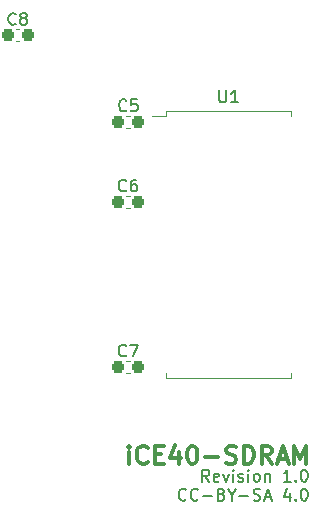
<source format=gto>
G04 #@! TF.GenerationSoftware,KiCad,Pcbnew,6.0.1*
G04 #@! TF.CreationDate,2022-02-15T02:13:11-08:00*
G04 #@! TF.ProjectId,iCE40-SDRAM,69434534-302d-4534-9452-414d2e6b6963,rev?*
G04 #@! TF.SameCoordinates,Original*
G04 #@! TF.FileFunction,Legend,Top*
G04 #@! TF.FilePolarity,Positive*
%FSLAX46Y46*%
G04 Gerber Fmt 4.6, Leading zero omitted, Abs format (unit mm)*
G04 Created by KiCad (PCBNEW 6.0.1) date 2022-02-15 02:13:11*
%MOMM*%
%LPD*%
G01*
G04 APERTURE LIST*
G04 Aperture macros list*
%AMRoundRect*
0 Rectangle with rounded corners*
0 $1 Rounding radius*
0 $2 $3 $4 $5 $6 $7 $8 $9 X,Y pos of 4 corners*
0 Add a 4 corners polygon primitive as box body*
4,1,4,$2,$3,$4,$5,$6,$7,$8,$9,$2,$3,0*
0 Add four circle primitives for the rounded corners*
1,1,$1+$1,$2,$3*
1,1,$1+$1,$4,$5*
1,1,$1+$1,$6,$7*
1,1,$1+$1,$8,$9*
0 Add four rect primitives between the rounded corners*
20,1,$1+$1,$2,$3,$4,$5,0*
20,1,$1+$1,$4,$5,$6,$7,0*
20,1,$1+$1,$6,$7,$8,$9,0*
20,1,$1+$1,$8,$9,$2,$3,0*%
G04 Aperture macros list end*
%ADD10C,0.200000*%
%ADD11C,0.300000*%
%ADD12C,0.150000*%
%ADD13C,0.120000*%
%ADD14RoundRect,0.237500X-0.300000X-0.237500X0.300000X-0.237500X0.300000X0.237500X-0.300000X0.237500X0*%
%ADD15RoundRect,0.237500X0.300000X0.237500X-0.300000X0.237500X-0.300000X-0.237500X0.300000X-0.237500X0*%
%ADD16R,1.510000X0.458000*%
%ADD17O,1.700000X1.700000*%
%ADD18R,1.700000X1.700000*%
G04 APERTURE END LIST*
D10*
X144256190Y-94907380D02*
X143922857Y-94431190D01*
X143684761Y-94907380D02*
X143684761Y-93907380D01*
X144065714Y-93907380D01*
X144160952Y-93955000D01*
X144208571Y-94002619D01*
X144256190Y-94097857D01*
X144256190Y-94240714D01*
X144208571Y-94335952D01*
X144160952Y-94383571D01*
X144065714Y-94431190D01*
X143684761Y-94431190D01*
X145065714Y-94859761D02*
X144970476Y-94907380D01*
X144780000Y-94907380D01*
X144684761Y-94859761D01*
X144637142Y-94764523D01*
X144637142Y-94383571D01*
X144684761Y-94288333D01*
X144780000Y-94240714D01*
X144970476Y-94240714D01*
X145065714Y-94288333D01*
X145113333Y-94383571D01*
X145113333Y-94478809D01*
X144637142Y-94574047D01*
X145446666Y-94240714D02*
X145684761Y-94907380D01*
X145922857Y-94240714D01*
X146303809Y-94907380D02*
X146303809Y-94240714D01*
X146303809Y-93907380D02*
X146256190Y-93955000D01*
X146303809Y-94002619D01*
X146351428Y-93955000D01*
X146303809Y-93907380D01*
X146303809Y-94002619D01*
X146732380Y-94859761D02*
X146827619Y-94907380D01*
X147018095Y-94907380D01*
X147113333Y-94859761D01*
X147160952Y-94764523D01*
X147160952Y-94716904D01*
X147113333Y-94621666D01*
X147018095Y-94574047D01*
X146875238Y-94574047D01*
X146780000Y-94526428D01*
X146732380Y-94431190D01*
X146732380Y-94383571D01*
X146780000Y-94288333D01*
X146875238Y-94240714D01*
X147018095Y-94240714D01*
X147113333Y-94288333D01*
X147589523Y-94907380D02*
X147589523Y-94240714D01*
X147589523Y-93907380D02*
X147541904Y-93955000D01*
X147589523Y-94002619D01*
X147637142Y-93955000D01*
X147589523Y-93907380D01*
X147589523Y-94002619D01*
X148208571Y-94907380D02*
X148113333Y-94859761D01*
X148065714Y-94812142D01*
X148018095Y-94716904D01*
X148018095Y-94431190D01*
X148065714Y-94335952D01*
X148113333Y-94288333D01*
X148208571Y-94240714D01*
X148351428Y-94240714D01*
X148446666Y-94288333D01*
X148494285Y-94335952D01*
X148541904Y-94431190D01*
X148541904Y-94716904D01*
X148494285Y-94812142D01*
X148446666Y-94859761D01*
X148351428Y-94907380D01*
X148208571Y-94907380D01*
X148970476Y-94240714D02*
X148970476Y-94907380D01*
X148970476Y-94335952D02*
X149018095Y-94288333D01*
X149113333Y-94240714D01*
X149256190Y-94240714D01*
X149351428Y-94288333D01*
X149399047Y-94383571D01*
X149399047Y-94907380D01*
X151160952Y-94907380D02*
X150589523Y-94907380D01*
X150875238Y-94907380D02*
X150875238Y-93907380D01*
X150780000Y-94050238D01*
X150684761Y-94145476D01*
X150589523Y-94193095D01*
X151589523Y-94812142D02*
X151637142Y-94859761D01*
X151589523Y-94907380D01*
X151541904Y-94859761D01*
X151589523Y-94812142D01*
X151589523Y-94907380D01*
X152256190Y-93907380D02*
X152351428Y-93907380D01*
X152446666Y-93955000D01*
X152494285Y-94002619D01*
X152541904Y-94097857D01*
X152589523Y-94288333D01*
X152589523Y-94526428D01*
X152541904Y-94716904D01*
X152494285Y-94812142D01*
X152446666Y-94859761D01*
X152351428Y-94907380D01*
X152256190Y-94907380D01*
X152160952Y-94859761D01*
X152113333Y-94812142D01*
X152065714Y-94716904D01*
X152018095Y-94526428D01*
X152018095Y-94288333D01*
X152065714Y-94097857D01*
X152113333Y-94002619D01*
X152160952Y-93955000D01*
X152256190Y-93907380D01*
X142303809Y-96422142D02*
X142256190Y-96469761D01*
X142113333Y-96517380D01*
X142018095Y-96517380D01*
X141875238Y-96469761D01*
X141780000Y-96374523D01*
X141732380Y-96279285D01*
X141684761Y-96088809D01*
X141684761Y-95945952D01*
X141732380Y-95755476D01*
X141780000Y-95660238D01*
X141875238Y-95565000D01*
X142018095Y-95517380D01*
X142113333Y-95517380D01*
X142256190Y-95565000D01*
X142303809Y-95612619D01*
X143303809Y-96422142D02*
X143256190Y-96469761D01*
X143113333Y-96517380D01*
X143018095Y-96517380D01*
X142875238Y-96469761D01*
X142780000Y-96374523D01*
X142732380Y-96279285D01*
X142684761Y-96088809D01*
X142684761Y-95945952D01*
X142732380Y-95755476D01*
X142780000Y-95660238D01*
X142875238Y-95565000D01*
X143018095Y-95517380D01*
X143113333Y-95517380D01*
X143256190Y-95565000D01*
X143303809Y-95612619D01*
X143732380Y-96136428D02*
X144494285Y-96136428D01*
X145303809Y-95993571D02*
X145446666Y-96041190D01*
X145494285Y-96088809D01*
X145541904Y-96184047D01*
X145541904Y-96326904D01*
X145494285Y-96422142D01*
X145446666Y-96469761D01*
X145351428Y-96517380D01*
X144970476Y-96517380D01*
X144970476Y-95517380D01*
X145303809Y-95517380D01*
X145399047Y-95565000D01*
X145446666Y-95612619D01*
X145494285Y-95707857D01*
X145494285Y-95803095D01*
X145446666Y-95898333D01*
X145399047Y-95945952D01*
X145303809Y-95993571D01*
X144970476Y-95993571D01*
X146160952Y-96041190D02*
X146160952Y-96517380D01*
X145827619Y-95517380D02*
X146160952Y-96041190D01*
X146494285Y-95517380D01*
X146827619Y-96136428D02*
X147589523Y-96136428D01*
X148018095Y-96469761D02*
X148160952Y-96517380D01*
X148399047Y-96517380D01*
X148494285Y-96469761D01*
X148541904Y-96422142D01*
X148589523Y-96326904D01*
X148589523Y-96231666D01*
X148541904Y-96136428D01*
X148494285Y-96088809D01*
X148399047Y-96041190D01*
X148208571Y-95993571D01*
X148113333Y-95945952D01*
X148065714Y-95898333D01*
X148018095Y-95803095D01*
X148018095Y-95707857D01*
X148065714Y-95612619D01*
X148113333Y-95565000D01*
X148208571Y-95517380D01*
X148446666Y-95517380D01*
X148589523Y-95565000D01*
X148970476Y-96231666D02*
X149446666Y-96231666D01*
X148875238Y-96517380D02*
X149208571Y-95517380D01*
X149541904Y-96517380D01*
X151065714Y-95850714D02*
X151065714Y-96517380D01*
X150827619Y-95469761D02*
X150589523Y-96184047D01*
X151208571Y-96184047D01*
X151589523Y-96422142D02*
X151637142Y-96469761D01*
X151589523Y-96517380D01*
X151541904Y-96469761D01*
X151589523Y-96422142D01*
X151589523Y-96517380D01*
X152256190Y-95517380D02*
X152351428Y-95517380D01*
X152446666Y-95565000D01*
X152494285Y-95612619D01*
X152541904Y-95707857D01*
X152589523Y-95898333D01*
X152589523Y-96136428D01*
X152541904Y-96326904D01*
X152494285Y-96422142D01*
X152446666Y-96469761D01*
X152351428Y-96517380D01*
X152256190Y-96517380D01*
X152160952Y-96469761D01*
X152113333Y-96422142D01*
X152065714Y-96326904D01*
X152018095Y-96136428D01*
X152018095Y-95898333D01*
X152065714Y-95707857D01*
X152113333Y-95612619D01*
X152160952Y-95565000D01*
X152256190Y-95517380D01*
D11*
X137477857Y-93388571D02*
X137477857Y-92388571D01*
X137477857Y-91888571D02*
X137406428Y-91960000D01*
X137477857Y-92031428D01*
X137549285Y-91960000D01*
X137477857Y-91888571D01*
X137477857Y-92031428D01*
X139049285Y-93245714D02*
X138977857Y-93317142D01*
X138763571Y-93388571D01*
X138620714Y-93388571D01*
X138406428Y-93317142D01*
X138263571Y-93174285D01*
X138192142Y-93031428D01*
X138120714Y-92745714D01*
X138120714Y-92531428D01*
X138192142Y-92245714D01*
X138263571Y-92102857D01*
X138406428Y-91960000D01*
X138620714Y-91888571D01*
X138763571Y-91888571D01*
X138977857Y-91960000D01*
X139049285Y-92031428D01*
X139692142Y-92602857D02*
X140192142Y-92602857D01*
X140406428Y-93388571D02*
X139692142Y-93388571D01*
X139692142Y-91888571D01*
X140406428Y-91888571D01*
X141692142Y-92388571D02*
X141692142Y-93388571D01*
X141335000Y-91817142D02*
X140977857Y-92888571D01*
X141906428Y-92888571D01*
X142763571Y-91888571D02*
X142906428Y-91888571D01*
X143049285Y-91960000D01*
X143120714Y-92031428D01*
X143192142Y-92174285D01*
X143263571Y-92460000D01*
X143263571Y-92817142D01*
X143192142Y-93102857D01*
X143120714Y-93245714D01*
X143049285Y-93317142D01*
X142906428Y-93388571D01*
X142763571Y-93388571D01*
X142620714Y-93317142D01*
X142549285Y-93245714D01*
X142477857Y-93102857D01*
X142406428Y-92817142D01*
X142406428Y-92460000D01*
X142477857Y-92174285D01*
X142549285Y-92031428D01*
X142620714Y-91960000D01*
X142763571Y-91888571D01*
X143906428Y-92817142D02*
X145049285Y-92817142D01*
X145692142Y-93317142D02*
X145906428Y-93388571D01*
X146263571Y-93388571D01*
X146406428Y-93317142D01*
X146477857Y-93245714D01*
X146549285Y-93102857D01*
X146549285Y-92960000D01*
X146477857Y-92817142D01*
X146406428Y-92745714D01*
X146263571Y-92674285D01*
X145977857Y-92602857D01*
X145835000Y-92531428D01*
X145763571Y-92460000D01*
X145692142Y-92317142D01*
X145692142Y-92174285D01*
X145763571Y-92031428D01*
X145835000Y-91960000D01*
X145977857Y-91888571D01*
X146335000Y-91888571D01*
X146549285Y-91960000D01*
X147192142Y-93388571D02*
X147192142Y-91888571D01*
X147549285Y-91888571D01*
X147763571Y-91960000D01*
X147906428Y-92102857D01*
X147977857Y-92245714D01*
X148049285Y-92531428D01*
X148049285Y-92745714D01*
X147977857Y-93031428D01*
X147906428Y-93174285D01*
X147763571Y-93317142D01*
X147549285Y-93388571D01*
X147192142Y-93388571D01*
X149549285Y-93388571D02*
X149049285Y-92674285D01*
X148692142Y-93388571D02*
X148692142Y-91888571D01*
X149263571Y-91888571D01*
X149406428Y-91960000D01*
X149477857Y-92031428D01*
X149549285Y-92174285D01*
X149549285Y-92388571D01*
X149477857Y-92531428D01*
X149406428Y-92602857D01*
X149263571Y-92674285D01*
X148692142Y-92674285D01*
X150120714Y-92960000D02*
X150835000Y-92960000D01*
X149977857Y-93388571D02*
X150477857Y-91888571D01*
X150977857Y-93388571D01*
X151477857Y-93388571D02*
X151477857Y-91888571D01*
X151977857Y-92960000D01*
X152477857Y-91888571D01*
X152477857Y-93388571D01*
D12*
X127883333Y-56137142D02*
X127835714Y-56184761D01*
X127692857Y-56232380D01*
X127597619Y-56232380D01*
X127454761Y-56184761D01*
X127359523Y-56089523D01*
X127311904Y-55994285D01*
X127264285Y-55803809D01*
X127264285Y-55660952D01*
X127311904Y-55470476D01*
X127359523Y-55375238D01*
X127454761Y-55280000D01*
X127597619Y-55232380D01*
X127692857Y-55232380D01*
X127835714Y-55280000D01*
X127883333Y-55327619D01*
X128454761Y-55660952D02*
X128359523Y-55613333D01*
X128311904Y-55565714D01*
X128264285Y-55470476D01*
X128264285Y-55422857D01*
X128311904Y-55327619D01*
X128359523Y-55280000D01*
X128454761Y-55232380D01*
X128645238Y-55232380D01*
X128740476Y-55280000D01*
X128788095Y-55327619D01*
X128835714Y-55422857D01*
X128835714Y-55470476D01*
X128788095Y-55565714D01*
X128740476Y-55613333D01*
X128645238Y-55660952D01*
X128454761Y-55660952D01*
X128359523Y-55708571D01*
X128311904Y-55756190D01*
X128264285Y-55851428D01*
X128264285Y-56041904D01*
X128311904Y-56137142D01*
X128359523Y-56184761D01*
X128454761Y-56232380D01*
X128645238Y-56232380D01*
X128740476Y-56184761D01*
X128788095Y-56137142D01*
X128835714Y-56041904D01*
X128835714Y-55851428D01*
X128788095Y-55756190D01*
X128740476Y-55708571D01*
X128645238Y-55660952D01*
X137235833Y-84217142D02*
X137188214Y-84264761D01*
X137045357Y-84312380D01*
X136950119Y-84312380D01*
X136807261Y-84264761D01*
X136712023Y-84169523D01*
X136664404Y-84074285D01*
X136616785Y-83883809D01*
X136616785Y-83740952D01*
X136664404Y-83550476D01*
X136712023Y-83455238D01*
X136807261Y-83360000D01*
X136950119Y-83312380D01*
X137045357Y-83312380D01*
X137188214Y-83360000D01*
X137235833Y-83407619D01*
X137569166Y-83312380D02*
X138235833Y-83312380D01*
X137807261Y-84312380D01*
X137238333Y-70247142D02*
X137190714Y-70294761D01*
X137047857Y-70342380D01*
X136952619Y-70342380D01*
X136809761Y-70294761D01*
X136714523Y-70199523D01*
X136666904Y-70104285D01*
X136619285Y-69913809D01*
X136619285Y-69770952D01*
X136666904Y-69580476D01*
X136714523Y-69485238D01*
X136809761Y-69390000D01*
X136952619Y-69342380D01*
X137047857Y-69342380D01*
X137190714Y-69390000D01*
X137238333Y-69437619D01*
X138095476Y-69342380D02*
X137905000Y-69342380D01*
X137809761Y-69390000D01*
X137762142Y-69437619D01*
X137666904Y-69580476D01*
X137619285Y-69770952D01*
X137619285Y-70151904D01*
X137666904Y-70247142D01*
X137714523Y-70294761D01*
X137809761Y-70342380D01*
X138000238Y-70342380D01*
X138095476Y-70294761D01*
X138143095Y-70247142D01*
X138190714Y-70151904D01*
X138190714Y-69913809D01*
X138143095Y-69818571D01*
X138095476Y-69770952D01*
X138000238Y-69723333D01*
X137809761Y-69723333D01*
X137714523Y-69770952D01*
X137666904Y-69818571D01*
X137619285Y-69913809D01*
X137240833Y-63457142D02*
X137193214Y-63504761D01*
X137050357Y-63552380D01*
X136955119Y-63552380D01*
X136812261Y-63504761D01*
X136717023Y-63409523D01*
X136669404Y-63314285D01*
X136621785Y-63123809D01*
X136621785Y-62980952D01*
X136669404Y-62790476D01*
X136717023Y-62695238D01*
X136812261Y-62600000D01*
X136955119Y-62552380D01*
X137050357Y-62552380D01*
X137193214Y-62600000D01*
X137240833Y-62647619D01*
X138145595Y-62552380D02*
X137669404Y-62552380D01*
X137621785Y-63028571D01*
X137669404Y-62980952D01*
X137764642Y-62933333D01*
X138002738Y-62933333D01*
X138097976Y-62980952D01*
X138145595Y-63028571D01*
X138193214Y-63123809D01*
X138193214Y-63361904D01*
X138145595Y-63457142D01*
X138097976Y-63504761D01*
X138002738Y-63552380D01*
X137764642Y-63552380D01*
X137669404Y-63504761D01*
X137621785Y-63457142D01*
X145123095Y-61792380D02*
X145123095Y-62601904D01*
X145170714Y-62697142D01*
X145218333Y-62744761D01*
X145313571Y-62792380D01*
X145504047Y-62792380D01*
X145599285Y-62744761D01*
X145646904Y-62697142D01*
X145694523Y-62601904D01*
X145694523Y-61792380D01*
X146694523Y-62792380D02*
X146123095Y-62792380D01*
X146408809Y-62792380D02*
X146408809Y-61792380D01*
X146313571Y-61935238D01*
X146218333Y-62030476D01*
X146123095Y-62078095D01*
D13*
X127903733Y-57600000D02*
X128196267Y-57600000D01*
X127903733Y-56580000D02*
X128196267Y-56580000D01*
X137548767Y-85750000D02*
X137256233Y-85750000D01*
X137548767Y-84730000D02*
X137256233Y-84730000D01*
X137553767Y-70720000D02*
X137261233Y-70720000D01*
X137553767Y-71740000D02*
X137261233Y-71740000D01*
X137553767Y-64950000D02*
X137261233Y-64950000D01*
X137553767Y-63930000D02*
X137261233Y-63930000D01*
X151185000Y-85740000D02*
X151185000Y-86140000D01*
X140585000Y-63540000D02*
X151185000Y-63540000D01*
X140585000Y-63940000D02*
X140585000Y-63540000D01*
X140585000Y-86140000D02*
X151185000Y-86140000D01*
X140585000Y-85740000D02*
X140585000Y-86140000D01*
X151185000Y-63540000D02*
X151185000Y-63940000D01*
X139385000Y-63940000D02*
X140585000Y-63940000D01*
%LPC*%
D14*
X128912500Y-57090000D03*
X127187500Y-57090000D03*
D15*
X138265000Y-85240000D03*
X136540000Y-85240000D03*
X136545000Y-71230000D03*
X138270000Y-71230000D03*
X138270000Y-64440000D03*
X136545000Y-64440000D03*
D16*
X140135000Y-64440000D03*
X140135000Y-65240000D03*
X140135000Y-66040000D03*
X140135000Y-66840000D03*
X140135000Y-67640000D03*
X140135000Y-68440000D03*
X140135000Y-69240000D03*
X140135000Y-70040000D03*
X140135000Y-70840000D03*
X140135000Y-71640000D03*
X140135000Y-72440000D03*
X140135000Y-73240000D03*
X140135000Y-74040000D03*
X140135000Y-74840000D03*
X140135000Y-75640000D03*
X140135000Y-76440000D03*
X140135000Y-77240000D03*
X140135000Y-78040000D03*
X140135000Y-78840000D03*
X140135000Y-79640000D03*
X140135000Y-80440000D03*
X140135000Y-81240000D03*
X140135000Y-82040000D03*
X140135000Y-82840000D03*
X140135000Y-83640000D03*
X140135000Y-84440000D03*
X140135000Y-85240000D03*
X151635000Y-85240000D03*
X151635000Y-84440000D03*
X151635000Y-83640000D03*
X151635000Y-82840000D03*
X151635000Y-82040000D03*
X151635000Y-81240000D03*
X151635000Y-80440000D03*
X151635000Y-79640000D03*
X151635000Y-78840000D03*
X151635000Y-78040000D03*
X151635000Y-77240000D03*
X151635000Y-76440000D03*
X151635000Y-75640000D03*
X151635000Y-74840000D03*
X151635000Y-74040000D03*
X151635000Y-73240000D03*
X151635000Y-72440000D03*
X151635000Y-71640000D03*
X151635000Y-70840000D03*
X151635000Y-70040000D03*
X151635000Y-69240000D03*
X151635000Y-68440000D03*
X151635000Y-67640000D03*
X151635000Y-66840000D03*
X151635000Y-66040000D03*
X151635000Y-65240000D03*
X151635000Y-64440000D03*
D17*
X122000000Y-95190000D03*
X124540000Y-95190000D03*
X122000000Y-92650000D03*
X124540000Y-92650000D03*
X122000000Y-90110000D03*
X124540000Y-90110000D03*
X122000000Y-87570000D03*
X124540000Y-87570000D03*
X122000000Y-85030000D03*
X124540000Y-85030000D03*
X122000000Y-82490000D03*
X124540000Y-82490000D03*
X122000000Y-79950000D03*
X124540000Y-79950000D03*
X122000000Y-77410000D03*
X124540000Y-77410000D03*
X122000000Y-74870000D03*
X124540000Y-74870000D03*
X122000000Y-72330000D03*
X124540000Y-72330000D03*
X122000000Y-69790000D03*
X124540000Y-69790000D03*
X122000000Y-67250000D03*
X124540000Y-67250000D03*
X122000000Y-64710000D03*
X124540000Y-64710000D03*
X122000000Y-62170000D03*
X124540000Y-62170000D03*
X122000000Y-59630000D03*
X124540000Y-59630000D03*
X122000000Y-57090000D03*
X124540000Y-57090000D03*
X122000000Y-54550000D03*
D18*
X124540000Y-54550000D03*
M02*

</source>
